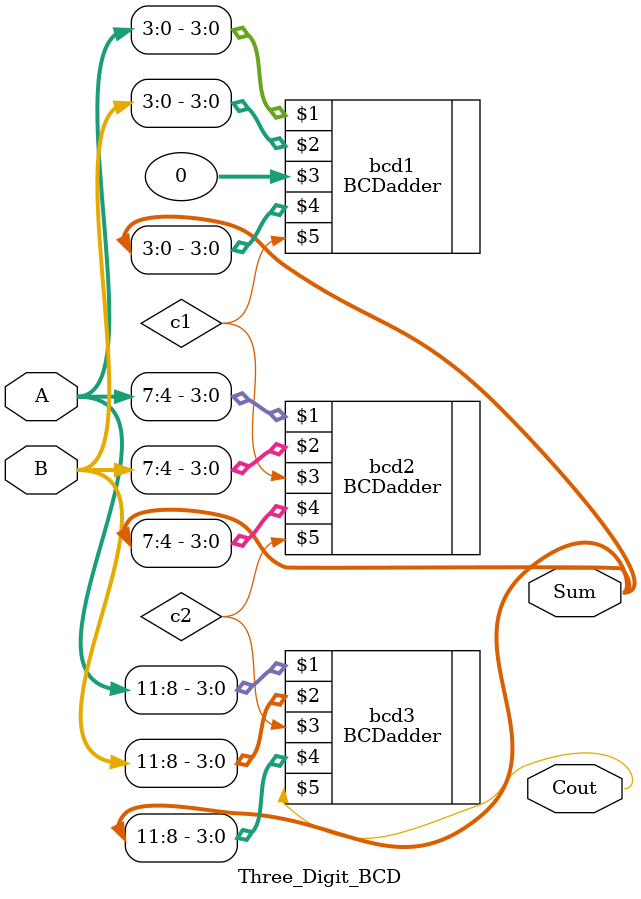
<source format=v>
`timescale 1ns / 1ps
module Three_Digit_BCD(
    input [11:0] A,
    input [11:0] B,
	 output [11:0] Sum,
    output Cout
	 );

wire c1,c2;
BCDadder bcd1 (A[3:0],B[3:0],0,Sum[3:0],c1);
BCDadder bcd2 (A[7:4],B[7:4],c1,Sum[7:4],c2);
BCDadder bcd3 (A[11:8],B[11:8],c2,Sum[11:8],Cout);

endmodule

</source>
